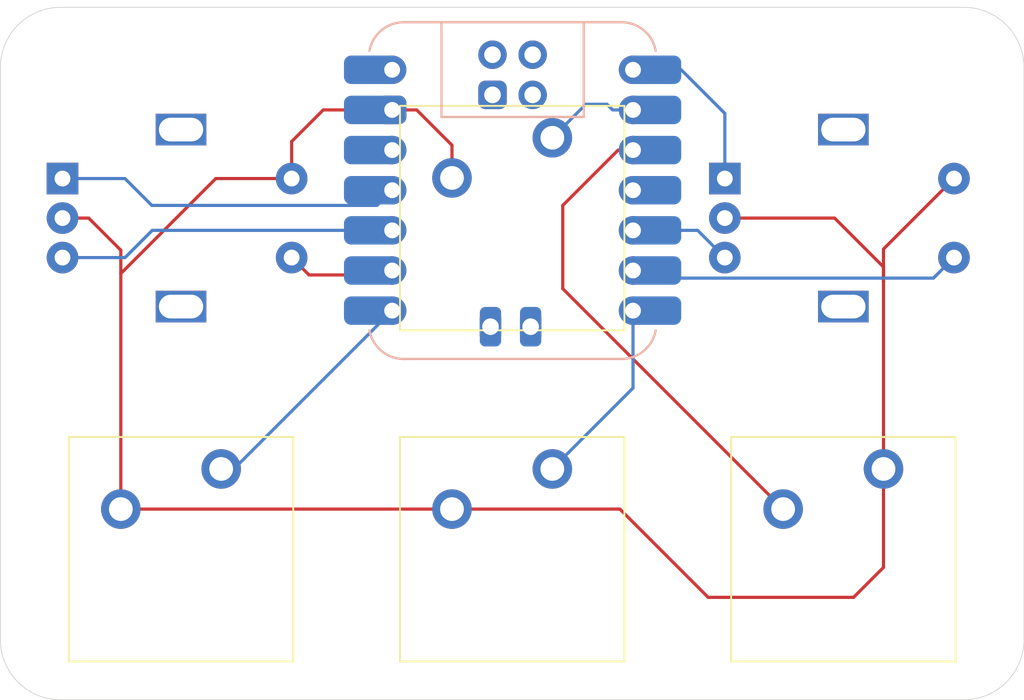
<source format=kicad_pcb>
(kicad_pcb (version 20240108) (generator "pcbnew") (generator_version "8.0")
  (layers (0 "F.Cu" signal) (31 "B.Cu" signal) (34 "B.Paste" user) (35 "F.Paste" user) (36 "B.SilkS" user "B.Silkscreen") (37 "F.SilkS" user "F.Silkscreen") (38 "B.Mask" user) (39 "F.Mask" user) (44 "Edge.Cuts" user))
  (net 0 "")
  (net 1 "Net-(U1-P4)")
  (net 2 "Net-(U1-P3)")
  (net 3 "Net-(U1-P0)")
  (net 4 "Net-(U1-P28)")
  (net 13 "Net-(U1-P7)")
  (net 14 "Net-(U1-P6)")
  (net 15 "Net-(S1-Pad1)")
  (net 16 "Net-(U1-P26)")
  (net 17 "Net-(U1-P27)")
  (net 18 "Net-(U1-P2)")
  (net 20 "Net-(U1-P1)")
  (footprint "ScottoKeebs_Scotto:Encoder_EC11_MX" (layer "F.Cu") (at 71.033 49.622)
    (property "Reference" "SW2" (hide yes))
    (property "Value" "RotaryEncoder_Switch" (hide yes))
    (pad "A" thru_hole rect (at -7.5 -2.5) (size 2 2) (drill 1) (layers "*.Cu" "*.Mask") (net 2 "Net-(U1-P3)"))
    (pad "B" thru_hole circle (at -7.5 2.5) (size 2 2) (drill 1) (layers "*.Cu" "*.Mask") (net 1 "Net-(U1-P4)"))
    (pad "C" thru_hole circle (at -7.5 0) (size 2 2) (drill 1) (layers "*.Cu" "*.Mask") (net 15 "Net-(S1-Pad1)"))
    (pad "MP" thru_hole rect (at 0 -5.6) (size 3.2 2) (drill oval 2.8 1.5) (layers "*.Cu" "*.Mask"))
    (pad "MP" thru_hole rect (at 0 5.6) (size 3.2 2) (drill oval 2.8 1.5) (layers "*.Cu" "*.Mask"))
    (pad "S1" thru_hole circle (at 7 2.5) (size 2 2) (drill 1) (layers "*.Cu" "*.Mask") (net 18 "Net-(U1-P2)"))
    (pad "S2" thru_hole circle (at 7 -2.5) (size 2 2) (drill 1) (layers "*.Cu" "*.Mask") (net 15 "Net-(S1-Pad1)"))
  )
  (footprint "ScottoKeebs_MX:MX_PCB" (layer "F.Cu") (at 71.033 70.577)
    (property "Reference" "S1" (hide yes))
    (property "Value" "Keyswitch")
    (fp_line (start -7.1 -7.1) (end -7.1 7.1) (stroke (width 0.12)) (layer "F.SilkS"))
    (fp_line (start -7.1 7.1) (end 7.1 7.1) (stroke (width 0.12)) (layer "F.SilkS"))
    (fp_line (start 7.1 -7.1) (end -7.1 -7.1) (stroke (width 0.12)) (layer "F.SilkS"))
    (fp_line (start 7.1 7.1) (end 7.1 -7.1) (stroke (width 0.12)) (layer "F.SilkS"))
    (pad "" np_thru_hole circle (at -5.08 0) (size 1.75 1.75) (drill 1.75) (layers "*.Cu" "*.Mask"))
    (pad "" np_thru_hole circle (at 0 0) (size 4 4) (drill 4) (layers "*.Cu" "*.Mask"))
    (pad "" np_thru_hole circle (at 5.08 0) (size 1.75 1.75) (drill 1.75) (layers "*.Cu" "*.Mask"))
    (pad "1" thru_hole circle (at -3.81 -2.54) (size 2.5 2.5) (drill 1.5) (layers "*.Cu" "*.Mask") (net 15 "Net-(S1-Pad1)"))
    (pad "2" thru_hole circle (at 2.54 -5.08) (size 2.5 2.5) (drill 1.5) (layers "*.Cu" "*.Mask") (net 20 "Net-(U1-P1)"))
  )
  (footprint "ScottoKeebs_Scotto:Encoder_EC11_MX" (layer "F.Cu") (at 112.943 49.622)
    (property "Reference" "SW1" (hide yes))
    (property "Value" "RotaryEncoder_Switch" (hide yes))
    (pad "A" thru_hole rect (at -7.5 -2.5) (size 2 2) (drill 1) (layers "*.Cu" "*.Mask") (net 16 "Net-(U1-P26)"))
    (pad "B" thru_hole circle (at -7.5 2.5) (size 2 2) (drill 1) (layers "*.Cu" "*.Mask") (net 14 "Net-(U1-P6)"))
    (pad "C" thru_hole circle (at -7.5 0) (size 2 2) (drill 1) (layers "*.Cu" "*.Mask") (net 15 "Net-(S1-Pad1)"))
    (pad "MP" thru_hole rect (at 0 -5.6) (size 3.2 2) (drill oval 2.8 1.5) (layers "*.Cu" "*.Mask"))
    (pad "MP" thru_hole rect (at 0 5.6) (size 3.2 2) (drill oval 2.8 1.5) (layers "*.Cu" "*.Mask"))
    (pad "S1" thru_hole circle (at 7 2.5) (size 2 2) (drill 1) (layers "*.Cu" "*.Mask") (net 13 "Net-(U1-P7)"))
    (pad "S2" thru_hole circle (at 7 -2.5) (size 2 2) (drill 1) (layers "*.Cu" "*.Mask") (net 15 "Net-(S1-Pad1)"))
  )
  (footprint "ScottoKeebs_MX:MX_PCB" (layer "F.Cu") (at 91.988 49.622)
    (property "Reference" "S3" (hide yes))
    (property "Value" "Keyswitch" (hide yes))
    (fp_line (start -7.1 -7.1) (end -7.1 7.1) (stroke (width 0.12)) (layer "F.SilkS"))
    (fp_line (start -7.1 7.1) (end 7.1 7.1) (stroke (width 0.12)) (layer "F.SilkS"))
    (fp_line (start 7.1 -7.1) (end -7.1 -7.1) (stroke (width 0.12)) (layer "F.SilkS"))
    (fp_line (start 7.1 7.1) (end 7.1 -7.1) (stroke (width 0.12)) (layer "F.SilkS"))
    (pad "" np_thru_hole circle (at -5.08 0) (size 1.75 1.75) (drill 1.75) (layers "*.Cu" "*.Mask"))
    (pad "" np_thru_hole circle (at 0 0) (size 4 4) (drill 4) (layers "*.Cu" "*.Mask"))
    (pad "" np_thru_hole circle (at 5.08 0) (size 1.75 1.75) (drill 1.75) (layers "*.Cu" "*.Mask"))
    (pad "1" thru_hole circle (at -3.81 -2.54) (size 2.5 2.5) (drill 1.5) (layers "*.Cu" "*.Mask") (net 15 "Net-(S1-Pad1)"))
    (pad "2" thru_hole circle (at 2.54 -5.08) (size 2.5 2.5) (drill 1.5) (layers "*.Cu" "*.Mask") (net 17 "Net-(U1-P27)"))
  )
  (footprint "ScottoKeebs_MX:MX_PCB" (layer "F.Cu") (at 112.943 70.577)
    (property "Reference" "S4" (hide yes))
    (property "Value" "Keyswitch")
    (fp_line (start -7.1 -7.1) (end -7.1 7.1) (stroke (width 0.12)) (layer "F.SilkS"))
    (fp_line (start -7.1 7.1) (end 7.1 7.1) (stroke (width 0.12)) (layer "F.SilkS"))
    (fp_line (start 7.1 -7.1) (end -7.1 -7.1) (stroke (width 0.12)) (layer "F.SilkS"))
    (fp_line (start 7.1 7.1) (end 7.1 -7.1) (stroke (width 0.12)) (layer "F.SilkS"))
    (pad "" np_thru_hole circle (at -5.08 0) (size 1.75 1.75) (drill 1.75) (layers "*.Cu" "*.Mask"))
    (pad "" np_thru_hole circle (at 0 0) (size 4 4) (drill 4) (layers "*.Cu" "*.Mask"))
    (pad "" np_thru_hole circle (at 5.08 0) (size 1.75 1.75) (drill 1.75) (layers "*.Cu" "*.Mask"))
    (pad "1" thru_hole circle (at -3.81 -2.54) (size 2.5 2.5) (drill 1.5) (layers "*.Cu" "*.Mask") (net 4 "Net-(U1-P28)"))
    (pad "2" thru_hole circle (at 2.54 -5.08) (size 2.5 2.5) (drill 1.5) (layers "*.Cu" "*.Mask") (net 15 "Net-(S1-Pad1)"))
  )
  (footprint "ScottoKeebs_MX:MX_PCB" (layer "F.Cu") (at 91.988 70.577)
    (property "Reference" "S2" (hide yes))
    (property "Value" "Keyswitch")
    (fp_line (start -7.1 -7.1) (end -7.1 7.1) (stroke (width 0.12)) (layer "F.SilkS"))
    (fp_line (start -7.1 7.1) (end 7.1 7.1) (stroke (width 0.12)) (layer "F.SilkS"))
    (fp_line (start 7.1 -7.1) (end -7.1 -7.1) (stroke (width 0.12)) (layer "F.SilkS"))
    (fp_line (start 7.1 7.1) (end 7.1 -7.1) (stroke (width 0.12)) (layer "F.SilkS"))
    (pad "" np_thru_hole circle (at -5.08 0) (size 1.75 1.75) (drill 1.75) (layers "*.Cu" "*.Mask"))
    (pad "" np_thru_hole circle (at 0 0) (size 4 4) (drill 4) (layers "*.Cu" "*.Mask"))
    (pad "" np_thru_hole circle (at 5.08 0) (size 1.75 1.75) (drill 1.75) (layers "*.Cu" "*.Mask"))
    (pad "1" thru_hole circle (at -3.81 -2.54) (size 2.5 2.5) (drill 1.5) (layers "*.Cu" "*.Mask") (net 15 "Net-(S1-Pad1)"))
    (pad "2" thru_hole circle (at 2.54 -5.08) (size 2.5 2.5) (drill 1.5) (layers "*.Cu" "*.Mask") (net 3 "Net-(U1-P0)"))
  )
  (footprint "PCM_marbastlib-xp-promicroish:Xiao_rp2040_ACH" (layer "B.Cu") (at 92.013 47.8595 180)
    (property "Reference" "U1" (hide yes))
    (property "Value" "Seeeduino Xiao rp2040")
    (fp_line (start 6.889999 10.63) (end -6.890001 10.63) (stroke (width 0.15)) (layer "B.SilkS"))
    (fp_line (start 4.500879 10.63) (end 4.500879 4.6355) (stroke (width 0.15)) (layer "B.SilkS"))
    (fp_line (start -4.500881 10.63) (end -4.500881 4.6355) (stroke (width 0.15)) (layer "B.SilkS"))
    (fp_line (start -4.500881 4.6355) (end 4.500879 4.6355) (stroke (width 0.15)) (layer "B.SilkS"))
    (fp_line (start -6.890001 -10.6775) (end 6.889999 -10.6775) (stroke (width 0.15)) (layer "B.SilkS"))
    (fp_arc (start 9.05574 8.816738) (mid 8.302298 10.116835) (end 6.889999 10.63) (stroke (width 0.15)) (layer "B.SilkS"))
    (fp_arc (start 6.889999 -10.6775) (mid 8.302298 -10.164335) (end 9.05574 -8.864238) (stroke (width 0.15)) (layer "B.SilkS"))
    (fp_arc (start -6.890001 10.63) (mid -8.302299 10.116834) (end -9.055742 8.816738) (stroke (width 0.15)) (layer "B.SilkS"))
    (fp_arc (start -9.055742 -8.864239) (mid -8.302299 -10.164335) (end -6.89 -10.6775) (stroke (width 0.15)) (layer "B.SilkS"))
    (pad "1" smd roundrect (at -8.92 7.62 180) (size 3.5 1.8) (layers "B.Cu" "B.Mask") (net 16 "Net-(U1-P26)"))
    (pad "1" thru_hole circle (at -7.62 7.62 180) (size 1.8 1.8) (drill 1) (layers "*.Cu" "*.Mask") (net 16 "Net-(U1-P26)"))
    (pad "2" smd roundrect (at -8.92 5.08 180) (size 3.5 1.8) (layers "B.Cu" "B.Mask") (net 17 "Net-(U1-P27)"))
    (pad "2" thru_hole circle (at -7.62 5.08 180) (size 1.8 1.8) (drill 1) (layers "*.Cu" "*.Mask") (net 17 "Net-(U1-P27)"))
    (pad "3" smd roundrect (at -8.92 2.54 180) (size 3.5 1.8) (layers "B.Cu" "B.Mask") (net 4 "Net-(U1-P28)"))
    (pad "3" thru_hole circle (at -7.62 2.54 180) (size 1.8 1.8) (drill 1) (layers "*.Cu" "*.Mask") (net 4 "Net-(U1-P28)"))
    (pad "4" smd roundrect (at -8.92 0 180) (size 3.5 1.8) (layers "B.Cu" "B.Mask"))
    (pad "4" thru_hole circle (at -7.62 0 180) (size 1.8 1.8) (drill 1) (layers "*.Cu" "*.Mask"))
    (pad "5" smd roundrect (at -8.92 -2.54 180) (size 3.5 1.8) (layers "B.Cu" "B.Mask") (net 14 "Net-(U1-P6)"))
    (pad "5" thru_hole circle (at -7.62 -2.54 180) (size 1.8 1.8) (drill 1) (layers "*.Cu" "*.Mask") (net 14 "Net-(U1-P6)"))
    (pad "6" smd roundrect (at -8.92 -5.08 180) (size 3.5 1.8) (layers "B.Cu" "B.Mask") (net 13 "Net-(U1-P7)"))
    (pad "6" thru_hole circle (at -7.62 -5.08 180) (size 1.8 1.8) (drill 1) (layers "*.Cu" "*.Mask") (net 13 "Net-(U1-P7)"))
    (pad "7" smd roundrect (at -8.92 -7.62 180) (size 3.5 1.8) (layers "B.Cu" "B.Mask") (net 3 "Net-(U1-P0)"))
    (pad "7" thru_hole circle (at -7.62 -7.62 180) (size 1.8 1.8) (drill 1) (layers "*.Cu" "*.Mask") (net 3 "Net-(U1-P0)"))
    (pad "8" thru_hole circle (at 7.62 7.62) (size 1.8 1.8) (drill 1) (layers "*.Cu" "*.Mask"))
    (pad "8" smd roundrect (at 8.92 7.62) (size 3.5 1.8) (layers "B.Cu" "B.Mask"))
    (pad "9" thru_hole roundrect (at 7.62 5.08) (size 1.8 1.8) (drill 1) (layers "*.Cu" "*.Mask") (net 15 "Net-(S1-Pad1)"))
    (pad "9" smd roundrect (at 8.92 5.08) (size 3.5 1.8) (layers "B.Cu" "B.Mask") (net 15 "Net-(S1-Pad1)"))
    (pad "10" thru_hole circle (at 7.62 2.54) (size 1.8 1.8) (drill 1) (layers "*.Cu" "*.Mask"))
    (pad "10" smd roundrect (at 8.92 2.539999) (size 3.5 1.8) (layers "B.Cu" "B.Mask"))
    (pad "11" thru_hole circle (at 7.62 0) (size 1.8 1.8) (drill 1) (layers "*.Cu" "*.Mask") (net 2 "Net-(U1-P3)"))
    (pad "11" smd roundrect (at 8.92 0) (size 3.5 1.8) (layers "B.Cu" "B.Mask") (net 2 "Net-(U1-P3)"))
    (pad "12" thru_hole circle (at 7.62 -2.54) (size 1.8 1.8) (drill 1) (layers "*.Cu" "*.Mask") (net 1 "Net-(U1-P4)"))
    (pad "12" smd roundrect (at 8.92 -2.54) (size 3.5 1.8) (layers "B.Cu" "B.Mask") (net 1 "Net-(U1-P4)"))
    (pad "13" thru_hole circle (at 7.62 -5.08 180) (size 1.8 1.8) (drill 1) (layers "*.Cu" "*.Mask") (net 18 "Net-(U1-P2)"))
    (pad "13" smd roundrect (at 8.92 -5.08 180) (size 3.5 1.8) (layers "B.Cu" "B.Mask") (net 18 "Net-(U1-P2)"))
    (pad "14" thru_hole circle (at 7.62 -7.62 180) (size 1.8 1.8) (drill 1) (layers "*.Cu" "*.Mask") (net 20 "Net-(U1-P1)"))
    (pad "14" smd roundrect (at 8.92 -7.62 180) (size 3.5 1.8) (layers "B.Cu" "B.Mask") (net 20 "Net-(U1-P1)"))
    (pad "17" thru_hole roundrect (at -1.14173 -8.636 90) (size 1.8 1.35) (drill 1.05) (layers "*.Cu" "*.Mask"))
    (pad "17" smd roundrect (at -1.14173 -8.636 90) (size 2.5 1.35) (layers "B.Cu" "B.Mask"))
    (pad "18" thru_hole roundrect (at 1.39827 -8.636 90) (size 1.8 1.35) (drill 1.05) (layers "*.Cu" "*.Mask"))
    (pad "18" smd roundrect (at 1.39827 -8.636 90) (size 2.5 1.35) (layers "B.Cu" "B.Mask"))
    (pad "19" thru_hole circle (at -1.27 8.5725) (size 1.8 1.8) (drill 1.05) (layers "*.Cu" "*.Mask"))
    (pad "20" thru_hole circle (at 1.27 8.5725) (size 1.8 1.8) (drill 1.05) (layers "*.Cu" "*.Mask"))
    (pad "21" thru_hole circle (at -1.27 6.0325) (size 1.8 1.8) (drill 1.05) (layers "*.Cu" "*.Mask"))
    (pad "22" thru_hole roundrect (at 1.27 6.0325) (size 1.8 1.8) (drill 1.05) (layers "*.Cu" "*.Mask"))
  )
  (gr_line (start 91.988 36.287) (end 80.558 36.287) (stroke (width 0.05)) (layer "Edge.Cuts"))
  (gr_line (start 59.603 43.907) (end 59.603 76.292) (stroke (width 0.05)) (layer "Edge.Cuts"))
  (gr_arc (start 63.413 80.102) (mid 60.718923 78.986077) (end 59.603 76.292) (stroke (width 0.05)) (layer "Edge.Cuts"))
  (gr_line (start 59.603 43.907) (end 59.603 40.097) (stroke (width 0.05)) (layer "Edge.Cuts"))
  (gr_arc (start 120.563 36.287) (mid 123.257077 37.402923) (end 124.373 40.097) (stroke (width 0.05)) (layer "Edge.Cuts"))
  (gr_arc (start 59.603 40.097) (mid 60.718923 37.402923) (end 63.413 36.287) (stroke (width 0.05)) (layer "Edge.Cuts"))
  (gr_arc (start 124.373 76.292) (mid 123.257077 78.986077) (end 120.563 80.102) (stroke (width 0.05)) (layer "Edge.Cuts"))
  (gr_line (start 124.373 43.907) (end 124.373 40.097) (stroke (width 0.05)) (layer "Edge.Cuts"))
  (gr_line (start 63.413 80.102) (end 120.563 80.102) (stroke (width 0.05)) (layer "Edge.Cuts"))
  (gr_line (start 120.563 36.287) (end 103.418 36.287) (stroke (width 0.05)) (layer "Edge.Cuts"))
  (gr_line (start 80.558 36.287) (end 63.413 36.287) (stroke (width 0.05)) (layer "Edge.Cuts"))
  (gr_line (start 91.988 36.287) (end 103.418 36.287) (stroke (width 0.05)) (layer "Edge.Cuts"))
  (gr_line (start 124.373 43.907) (end 124.373 76.292) (stroke (width 0.05)) (layer "Edge.Cuts"))
  (segment (start 67.488 52.122) (end 69.2105 50.3995) (width 0.2) (layer "B.Cu") (net 1))
  (segment (start 63.533 52.122) (end 67.488 52.122) (width 0.2) (layer "B.Cu") (net 1))
  (segment (start 69.2105 50.3995) (end 84.393 50.3995) (width 0.2) (layer "B.Cu") (net 1))
  (segment (start 69.188 48.822) (end 67.488 47.122) (width 0.2) (layer "B.Cu") (net 2))
  (segment (start 84.393 47.8595) (end 83.4305 48.822) (width 0.2) (layer "B.Cu") (net 2))
  (segment (start 67.488 47.122) (end 63.533 47.122) (width 0.2) (layer "B.Cu") (net 2))
  (segment (start 83.4305 48.822) (end 69.188 48.822) (width 0.2) (layer "B.Cu") (net 2))
  (segment (start 99.633 55.4795) (end 99.633 60.377) (width 0.2) (layer "B.Cu") (net 3))
  (segment (start 99.633 60.377) (end 94.528 65.482) (width 0.2) (layer "B.Cu") (net 3))
  (segment (start 94.528 65.482) (end 94.528 65.497) (width 0.2) (layer "B.Cu") (net 3))
  (segment (start 98.6905 45.3195) (end 99.633 45.3195) (width 0.2) (layer "F.Cu") (net 4))
  (segment (start 109.133 68.037) (end 95.188 54.092) (width 0.2) (layer "F.Cu") (net 4))
  (segment (start 95.188 48.822) (end 98.6905 45.3195) (width 0.2) (layer "F.Cu") (net 4))
  (segment (start 95.188 54.092) (end 95.188 48.822) (width 0.2) (layer "F.Cu") (net 4))
  (segment (start 100.1155 53.422) (end 99.633 52.9395) (width 0.2) (layer "B.Cu") (net 13))
  (segment (start 118.643 53.422) (end 100.1155 53.422) (width 0.2) (layer "B.Cu") (net 13))
  (segment (start 119.943 52.122) (end 118.643 53.422) (width 0.2) (layer "B.Cu") (net 13))
  (segment (start 105.443 52.122) (end 103.7205 50.3995) (width 0.2) (layer "B.Cu") (net 14))
  (segment (start 103.7205 50.3995) (end 99.633 50.3995) (width 0.2) (layer "B.Cu") (net 14))
  (segment (start 67.223 53.131) (end 67.223 68.037) (width 0.2) (layer "F.Cu") (net 15))
  (segment (start 67.223 51.657) (end 67.223 53.131) (width 0.2) (layer "F.Cu") (net 15))
  (segment (start 80.0305 42.7795) (end 84.393 42.7795) (width 0.2) (layer "F.Cu") (net 15))
  (segment (start 78.033 47.122) (end 73.232 47.122) (width 0.2) (layer "F.Cu") (net 15))
  (segment (start 98.803 68.037) (end 104.388 73.622) (width 0.2) (layer "F.Cu") (net 15))
  (segment (start 112.388 49.622) (end 115.483 52.717) (width 0.2) (layer "F.Cu") (net 15))
  (segment (start 105.443 49.622) (end 112.388 49.622) (width 0.2) (layer "F.Cu") (net 15))
  (segment (start 88.178 68.037) (end 67.223 68.037) (width 0.2) (layer "F.Cu") (net 15))
  (segment (start 88.178 68.037) (end 98.803 68.037) (width 0.2) (layer "F.Cu") (net 15))
  (segment (start 84.393 42.7795) (end 85.9455 42.7795) (width 0.2) (layer "F.Cu") (net 15))
  (segment (start 63.533 49.622) (end 65.188 49.622) (width 0.2) (layer "F.Cu") (net 15))
  (segment (start 88.178 45.012) (end 88.178 47.082) (width 0.2) (layer "F.Cu") (net 15))
  (segment (start 113.588 73.622) (end 115.483 71.727) (width 0.2) (layer "F.Cu") (net 15))
  (segment (start 115.483 53.653) (end 115.483 65.497) (width 0.2) (layer "F.Cu") (net 15))
  (segment (start 115.483 52.717) (end 115.483 53.653) (width 0.2) (layer "F.Cu") (net 15))
  (segment (start 65.188 49.622) (end 67.223 51.657) (width 0.2) (layer "F.Cu") (net 15))
  (segment (start 115.483 71.727) (end 115.483 65.497) (width 0.2) (layer "F.Cu") (net 15))
  (segment (start 73.232 47.122) (end 67.223 53.131) (width 0.2) (layer "F.Cu") (net 15))
  (segment (start 115.483 51.582) (end 115.483 53.653) (width 0.2) (layer "F.Cu") (net 15))
  (segment (start 85.9455 42.7795) (end 88.178 45.012) (width 0.2) (layer "F.Cu") (net 15))
  (segment (start 119.943 47.122) (end 115.483 51.582) (width 0.2) (layer "F.Cu") (net 15))
  (segment (start 78.033 44.777) (end 80.0305 42.7795) (width 0.2) (layer "F.Cu") (net 15))
  (segment (start 78.033 47.122) (end 78.033 44.777) (width 0.2) (layer "F.Cu") (net 15))
  (segment (start 104.388 73.622) (end 113.588 73.622) (width 0.2) (layer "F.Cu") (net 15))
  (segment (start 102.682999 40.2395) (end 100.933 40.2395) (width 0.2) (layer "B.Cu") (net 16))
  (segment (start 105.443 42.999501) (end 102.682999 40.2395) (width 0.2) (layer "B.Cu") (net 16))
  (segment (start 105.443 47.122) (end 105.443 42.999501) (width 0.2) (layer "B.Cu") (net 16))
  (segment (start 97.988 42.422) (end 98.3455 42.7795) (width 0.2) (layer "B.Cu") (net 17))
  (segment (start 94.528 44.542) (end 96.648 42.422) (width 0.2) (layer "B.Cu") (net 17))
  (segment (start 98.3455 42.7795) (end 99.633 42.7795) (width 0.2) (layer "B.Cu") (net 17))
  (segment (start 96.648 42.422) (end 97.988 42.422) (width 0.2) (layer "B.Cu") (net 17))
  (segment (start 84.1105 53.222) (end 84.393 52.9395) (width 0.2) (layer "F.Cu") (net 18))
  (segment (start 79.133 53.222) (end 84.1105 53.222) (width 0.2) (layer "F.Cu") (net 18))
  (segment (start 78.033 52.122) (end 79.133 53.222) (width 0.2) (layer "F.Cu") (net 18))
  (segment (start 74.3755 65.497) (end 73.573 65.497) (width 0.2) (layer "B.Cu") (net 20))
  (segment (start 84.393 55.4795) (end 74.3755 65.497) (width 0.2) (layer "B.Cu") (net 20))
)
</source>
